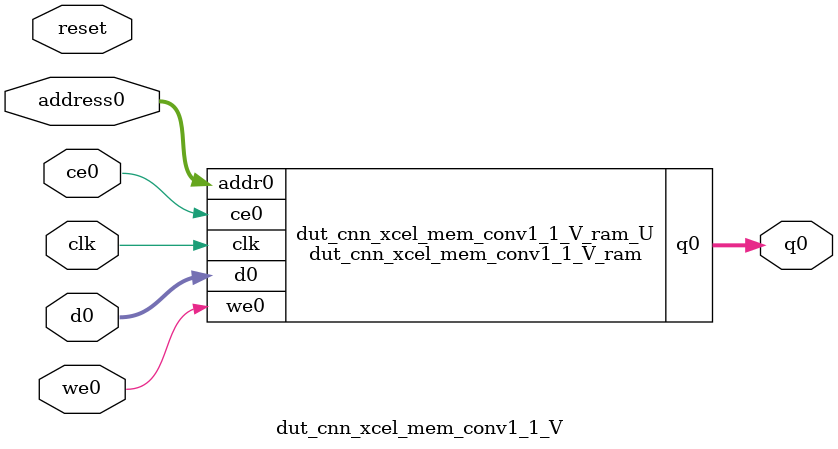
<source format=v>

`timescale 1 ns / 1 ps
module dut_cnn_xcel_mem_conv1_1_V_ram (addr0, ce0, d0, we0, q0,  clk);

parameter DWIDTH = 32;
parameter AWIDTH = 8;
parameter MEM_SIZE = 200;

input[AWIDTH-1:0] addr0;
input ce0;
input[DWIDTH-1:0] d0;
input we0;
output reg[DWIDTH-1:0] q0;
input clk;

(* ram_style = "block" *)reg [DWIDTH-1:0] ram[MEM_SIZE-1:0];




always @(posedge clk)  
begin 
    if (ce0) 
    begin
        if (we0) 
        begin 
            ram[addr0] <= d0; 
            q0 <= d0;
        end 
        else 
            q0 <= ram[addr0];
    end
end


endmodule


`timescale 1 ns / 1 ps
module dut_cnn_xcel_mem_conv1_1_V(
    reset,
    clk,
    address0,
    ce0,
    we0,
    d0,
    q0);

parameter DataWidth = 32'd32;
parameter AddressRange = 32'd200;
parameter AddressWidth = 32'd8;
input reset;
input clk;
input[AddressWidth - 1:0] address0;
input ce0;
input we0;
input[DataWidth - 1:0] d0;
output[DataWidth - 1:0] q0;



dut_cnn_xcel_mem_conv1_1_V_ram dut_cnn_xcel_mem_conv1_1_V_ram_U(
    .clk( clk ),
    .addr0( address0 ),
    .ce0( ce0 ),
    .d0( d0 ),
    .we0( we0 ),
    .q0( q0 ));

endmodule


</source>
